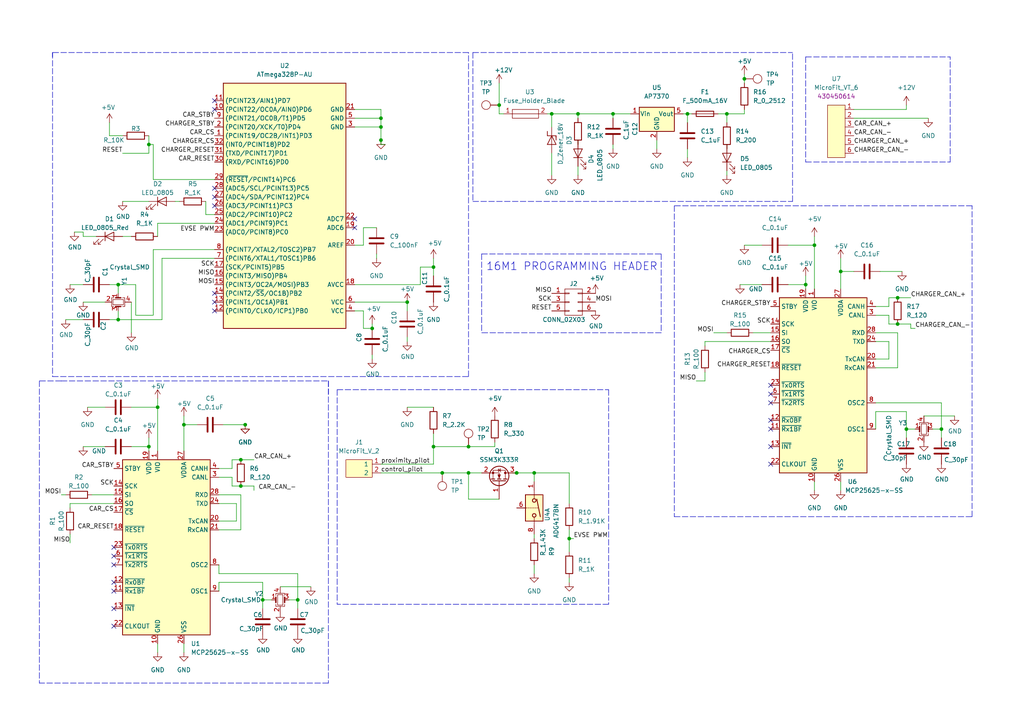
<source format=kicad_sch>
(kicad_sch (version 20211123) (generator eeschema)
  (paper "A4")
  (junction (at 199.39 33.02))
  (junction (at 69.85 133.35))
  (junction (at 165.1 156.21))
  (junction (at 76.2 173.99))
  (junction (at 110.49 40.64))
  (junction (at 135.89 137.16))
  (junction (at 236.22 71.12))
  (junction (at 233.68 82.55))
  (junction (at 110.49 36.83))
  (junction (at 210.82 33.02))
  (junction (at 160.02 33.02))
  (junction (at 273.05 124.46))
  (junction (at 118.11 87.63))
  (junction (at 110.49 34.29))
  (junction (at 43.18 41.91))
  (junction (at 128.27 137.16))
  (junction (at 125.73 77.47))
  (junction (at 149.86 137.16))
  (junction (at 45.72 118.11))
  (junction (at 144.78 30.48))
  (junction (at 243.84 78.74))
  (junction (at 69.85 140.97))
  (junction (at 43.18 129.54))
  (junction (at 107.95 95.25))
  (junction (at 53.34 123.19))
  (junction (at 86.36 173.99))
  (junction (at 215.9 22.86))
  (junction (at 71.12 123.19))
  (junction (at 177.8 33.02))
  (junction (at 260.35 93.98))
  (junction (at 125.73 129.54))
  (junction (at 260.35 86.36))
  (junction (at 34.29 92.71))
  (junction (at 135.89 129.54))
  (junction (at 154.94 137.16))
  (junction (at 167.64 33.02))
  (junction (at 262.89 124.46))
  (junction (at 34.29 82.55))
  (no_connect (at 62.23 59.69))
  (no_connect (at 62.23 57.15))
  (no_connect (at 62.23 54.61))
  (no_connect (at 62.23 31.75))
  (no_connect (at 62.23 29.21))
  (no_connect (at 62.23 90.17))
  (no_connect (at 62.23 87.63))
  (no_connect (at 62.23 85.09))
  (no_connect (at 223.52 114.3))
  (no_connect (at 223.52 111.76))
  (no_connect (at 223.52 121.92))
  (no_connect (at 223.52 124.46))
  (no_connect (at 223.52 116.84))
  (no_connect (at 223.52 129.54))
  (no_connect (at 223.52 134.62))
  (no_connect (at 33.02 171.45))
  (no_connect (at 33.02 176.53))
  (no_connect (at 33.02 181.61))
  (no_connect (at 33.02 168.91))
  (no_connect (at 33.02 163.83))
  (no_connect (at 33.02 161.29))
  (no_connect (at 33.02 158.75))
  (no_connect (at 102.87 63.5))
  (no_connect (at 102.87 66.04))
  (wire (pts (xy 19.05 92.71) (xy 24.13 92.71)))
  (wire (pts (xy 34.29 92.71) (xy 31.75 92.71)))
  (wire (pts (xy 128.27 137.16) (xy 135.89 137.16)))
  (wire (pts (xy 69.85 143.51) (xy 63.5 143.51)))
  (wire (pts (xy 63.5 135.89) (xy 67.31 135.89)))
  (wire (pts (xy 198.12 33.02) (xy 199.39 33.02)))
  (wire (pts (xy 34.29 82.55) (xy 39.37 82.55)))
  (wire (pts (xy 160.02 33.02) (xy 160.02 36.83)))
  (wire (pts (xy 121.92 82.55) (xy 102.87 82.55)))
  (wire (pts (xy 236.22 71.12) (xy 236.22 83.82)))
  (wire (pts (xy 257.81 104.14) (xy 254 104.14)))
  (wire (pts (xy 165.1 167.64) (xy 165.1 168.91)))
  (wire (pts (xy 76.2 168.91) (xy 63.5 168.91)))
  (polyline (pts (xy 281.94 149.86) (xy 281.94 59.69)))
  (wire (pts (xy 46.99 74.93) (xy 46.99 92.71)))
  (wire (pts (xy 111.76 41.91) (xy 110.49 41.91)))
  (polyline (pts (xy 17.78 110.49) (xy 11.43 110.49)))
  (wire (pts (xy 35.56 68.58) (xy 38.1 68.58)))
  (polyline (pts (xy 135.89 109.22) (xy 135.89 15.24)))
  (wire (pts (xy 135.89 144.78) (xy 135.89 137.16)))
  (wire (pts (xy 39.37 91.44) (xy 39.37 82.55)))
  (wire (pts (xy 233.68 80.01) (xy 233.68 82.55)))
  (wire (pts (xy 20.32 82.55) (xy 24.13 82.55)))
  (wire (pts (xy 247.65 78.74) (xy 243.84 78.74)))
  (wire (pts (xy 45.72 118.11) (xy 45.72 130.81)))
  (wire (pts (xy 43.18 129.54) (xy 43.18 130.81)))
  (wire (pts (xy 53.34 120.65) (xy 53.34 123.19)))
  (wire (pts (xy 62.23 52.07) (xy 44.45 52.07)))
  (wire (pts (xy 215.9 21.59) (xy 215.9 22.86)))
  (wire (pts (xy 262.89 127) (xy 262.89 124.46)))
  (wire (pts (xy 254 91.44) (xy 257.81 91.44)))
  (wire (pts (xy 204.47 110.49) (xy 201.93 110.49)))
  (wire (pts (xy 43.18 127) (xy 43.18 129.54)))
  (wire (pts (xy 236.22 139.7) (xy 236.22 142.24)))
  (polyline (pts (xy 137.16 15.24) (xy 229.87 15.24)))
  (polyline (pts (xy 275.59 46.99) (xy 275.59 16.51)))
  (wire (pts (xy 102.87 34.29) (xy 110.49 34.29)))
  (wire (pts (xy 73.66 140.97) (xy 73.66 142.24)))
  (wire (pts (xy 247.65 34.29) (xy 269.24 34.29)))
  (wire (pts (xy 135.89 137.16) (xy 139.7 137.16)))
  (wire (pts (xy 38.1 118.11) (xy 45.72 118.11)))
  (wire (pts (xy 53.34 123.19) (xy 57.15 123.19)))
  (wire (pts (xy 27.94 68.58) (xy 24.13 68.58)))
  (wire (pts (xy 143.51 129.54) (xy 143.51 128.27)))
  (wire (pts (xy 67.31 140.97) (xy 69.85 140.97)))
  (polyline (pts (xy 139.7 73.66) (xy 191.77 73.66)))
  (wire (pts (xy 243.84 78.74) (xy 243.84 83.82)))
  (wire (pts (xy 102.87 31.75) (xy 110.49 31.75)))
  (wire (pts (xy 257.81 86.36) (xy 260.35 86.36)))
  (wire (pts (xy 67.31 138.43) (xy 67.31 140.97)))
  (wire (pts (xy 118.11 118.11) (xy 125.73 118.11)))
  (wire (pts (xy 69.85 133.35) (xy 73.66 133.35)))
  (wire (pts (xy 165.1 137.16) (xy 165.1 146.05)))
  (wire (pts (xy 20.32 154.94) (xy 20.32 157.48)))
  (polyline (pts (xy 233.68 46.99) (xy 275.59 46.99)))
  (polyline (pts (xy 281.94 59.69) (xy 195.58 59.69)))
  (wire (pts (xy 210.82 43.18) (xy 210.82 41.91)))
  (polyline (pts (xy 176.53 175.26) (xy 97.79 175.26)))
  (wire (pts (xy 110.49 31.75) (xy 110.49 34.29)))
  (polyline (pts (xy 233.68 16.51) (xy 275.59 16.51)))
  (wire (pts (xy 144.78 30.48) (xy 144.78 24.13)))
  (wire (pts (xy 110.49 137.16) (xy 128.27 137.16)))
  (wire (pts (xy 204.47 99.06) (xy 223.52 99.06)))
  (wire (pts (xy 63.5 153.67) (xy 69.85 153.67)))
  (wire (pts (xy 109.22 66.04) (xy 105.41 66.04)))
  (wire (pts (xy 86.36 173.99) (xy 86.36 176.53)))
  (wire (pts (xy 63.5 166.37) (xy 86.36 166.37)))
  (wire (pts (xy 125.73 74.93) (xy 125.73 77.47)))
  (wire (pts (xy 165.1 153.67) (xy 165.1 156.21)))
  (wire (pts (xy 62.23 64.77) (xy 45.72 64.77)))
  (polyline (pts (xy 17.78 110.49) (xy 95.25 110.49)))
  (wire (pts (xy 215.9 22.86) (xy 215.9 24.13)))
  (polyline (pts (xy 97.79 113.03) (xy 97.79 175.26)))
  (wire (pts (xy 17.78 143.51) (xy 19.05 143.51)))
  (wire (pts (xy 59.69 62.23) (xy 59.69 58.42)))
  (wire (pts (xy 38.1 87.63) (xy 38.1 96.52)))
  (polyline (pts (xy 229.87 58.42) (xy 229.87 15.24)))
  (wire (pts (xy 69.85 140.97) (xy 73.66 140.97)))
  (wire (pts (xy 102.87 36.83) (xy 110.49 36.83)))
  (wire (pts (xy 53.34 123.19) (xy 53.34 130.81)))
  (wire (pts (xy 34.29 90.17) (xy 34.29 92.71)))
  (wire (pts (xy 160.02 33.02) (xy 167.64 33.02)))
  (wire (pts (xy 83.82 173.99) (xy 86.36 173.99)))
  (polyline (pts (xy 95.25 198.12) (xy 11.43 198.12)))
  (wire (pts (xy 154.94 163.83) (xy 154.94 166.37)))
  (polyline (pts (xy 233.68 16.51) (xy 233.68 46.99)))
  (wire (pts (xy 121.92 77.47) (xy 121.92 82.55)))
  (wire (pts (xy 105.41 71.12) (xy 102.87 71.12)))
  (wire (pts (xy 264.16 95.25) (xy 265.43 95.25)))
  (wire (pts (xy 135.89 144.78) (xy 144.78 144.78)))
  (wire (pts (xy 149.86 137.16) (xy 154.94 137.16)))
  (wire (pts (xy 273.05 124.46) (xy 273.05 116.84)))
  (wire (pts (xy 125.73 77.47) (xy 125.73 80.01)))
  (polyline (pts (xy 11.43 110.49) (xy 11.43 198.12)))
  (wire (pts (xy 53.34 186.69) (xy 53.34 189.23)))
  (wire (pts (xy 255.27 78.74) (xy 261.62 78.74)))
  (wire (pts (xy 110.49 36.83) (xy 110.49 40.64)))
  (wire (pts (xy 215.9 31.75) (xy 215.9 33.02)))
  (wire (pts (xy 167.64 41.91) (xy 167.64 40.64)))
  (wire (pts (xy 118.11 87.63) (xy 118.11 90.17)))
  (wire (pts (xy 190.5 40.64) (xy 190.5 43.18)))
  (wire (pts (xy 267.97 120.65) (xy 276.86 120.65)))
  (wire (pts (xy 63.5 146.05) (xy 68.58 146.05)))
  (wire (pts (xy 270.51 124.46) (xy 273.05 124.46)))
  (wire (pts (xy 177.8 33.02) (xy 182.88 33.02)))
  (wire (pts (xy 154.94 137.16) (xy 165.1 137.16)))
  (wire (pts (xy 165.1 156.21) (xy 166.37 156.21)))
  (wire (pts (xy 199.39 33.02) (xy 199.39 35.56)))
  (wire (pts (xy 109.22 73.66) (xy 109.22 74.93)))
  (wire (pts (xy 105.41 95.25) (xy 107.95 95.25)))
  (wire (pts (xy 25.4 118.11) (xy 30.48 118.11)))
  (wire (pts (xy 69.85 153.67) (xy 69.85 143.51)))
  (wire (pts (xy 33.02 146.05) (xy 20.32 146.05)))
  (wire (pts (xy 264.16 93.98) (xy 264.16 95.25)))
  (wire (pts (xy 76.2 176.53) (xy 76.2 173.99)))
  (wire (pts (xy 76.2 173.99) (xy 76.2 168.91)))
  (polyline (pts (xy 137.16 15.24) (xy 137.16 58.42)))
  (wire (pts (xy 257.81 88.9) (xy 257.81 86.36)))
  (wire (pts (xy 118.11 97.79) (xy 118.11 99.06)))
  (wire (pts (xy 228.6 71.12) (xy 236.22 71.12)))
  (wire (pts (xy 110.49 134.62) (xy 125.73 134.62)))
  (wire (pts (xy 158.75 33.02) (xy 160.02 33.02)))
  (polyline (pts (xy 135.89 15.24) (xy 15.24 15.24)))
  (wire (pts (xy 165.1 156.21) (xy 165.1 160.02)))
  (wire (pts (xy 62.23 72.39) (xy 44.45 72.39)))
  (wire (pts (xy 204.47 99.06) (xy 204.47 100.33)))
  (wire (pts (xy 45.72 115.57) (xy 45.72 118.11)))
  (wire (pts (xy 243.84 139.7) (xy 243.84 142.24)))
  (polyline (pts (xy 15.24 15.24) (xy 15.24 16.51)))
  (polyline (pts (xy 95.25 110.49) (xy 95.25 198.12)))
  (wire (pts (xy 67.31 135.89) (xy 67.31 133.35)))
  (wire (pts (xy 210.82 33.02) (xy 210.82 35.56)))
  (wire (pts (xy 110.49 34.29) (xy 110.49 36.83)))
  (wire (pts (xy 50.8 58.42) (xy 52.07 58.42)))
  (wire (pts (xy 218.44 96.52) (xy 223.52 96.52)))
  (wire (pts (xy 20.32 146.05) (xy 20.32 147.32)))
  (wire (pts (xy 39.37 91.44) (xy 44.45 91.44)))
  (wire (pts (xy 254 116.84) (xy 273.05 116.84)))
  (wire (pts (xy 68.58 146.05) (xy 68.58 151.13)))
  (wire (pts (xy 63.5 166.37) (xy 63.5 163.83)))
  (wire (pts (xy 31.75 39.37) (xy 31.75 35.56)))
  (wire (pts (xy 167.64 48.26) (xy 167.64 50.8)))
  (wire (pts (xy 144.78 33.02) (xy 144.78 30.48)))
  (wire (pts (xy 215.9 33.02) (xy 210.82 33.02)))
  (wire (pts (xy 62.23 74.93) (xy 46.99 74.93)))
  (wire (pts (xy 167.64 33.02) (xy 167.64 34.29)))
  (wire (pts (xy 262.89 124.46) (xy 265.43 124.46)))
  (wire (pts (xy 257.81 93.98) (xy 260.35 93.98)))
  (wire (pts (xy 160.02 44.45) (xy 160.02 50.8)))
  (wire (pts (xy 62.23 62.23) (xy 59.69 62.23)))
  (wire (pts (xy 144.78 33.02) (xy 146.05 33.02)))
  (wire (pts (xy 199.39 33.02) (xy 200.66 33.02)))
  (wire (pts (xy 125.73 129.54) (xy 135.89 129.54)))
  (wire (pts (xy 260.35 106.68) (xy 254 106.68)))
  (wire (pts (xy 260.35 93.98) (xy 264.16 93.98)))
  (wire (pts (xy 154.94 137.16) (xy 154.94 139.7)))
  (wire (pts (xy 26.67 143.51) (xy 33.02 143.51)))
  (wire (pts (xy 204.47 107.95) (xy 204.47 110.49)))
  (polyline (pts (xy 191.77 73.66) (xy 191.77 96.52)))
  (wire (pts (xy 214.63 82.55) (xy 220.98 82.55)))
  (wire (pts (xy 102.87 87.63) (xy 118.11 87.63)))
  (wire (pts (xy 46.99 92.71) (xy 34.29 92.71)))
  (wire (pts (xy 43.18 39.37) (xy 43.18 41.91)))
  (wire (pts (xy 86.36 166.37) (xy 86.36 173.99)))
  (wire (pts (xy 247.65 31.75) (xy 262.89 31.75)))
  (wire (pts (xy 125.73 134.62) (xy 125.73 129.54)))
  (wire (pts (xy 105.41 66.04) (xy 105.41 71.12)))
  (wire (pts (xy 260.35 96.52) (xy 260.35 106.68)))
  (wire (pts (xy 81.28 170.18) (xy 90.17 170.18)))
  (wire (pts (xy 167.64 33.02) (xy 177.8 33.02)))
  (wire (pts (xy 210.82 49.53) (xy 210.82 50.8)))
  (wire (pts (xy 63.5 168.91) (xy 63.5 171.45)))
  (wire (pts (xy 105.41 90.17) (xy 102.87 90.17)))
  (wire (pts (xy 262.89 119.38) (xy 254 119.38)))
  (wire (pts (xy 43.18 129.54) (xy 38.1 129.54)))
  (wire (pts (xy 44.45 91.44) (xy 44.45 72.39)))
  (wire (pts (xy 254 99.06) (xy 257.81 99.06)))
  (wire (pts (xy 45.72 64.77) (xy 45.72 68.58)))
  (polyline (pts (xy 97.79 113.03) (xy 176.53 113.03)))
  (wire (pts (xy 105.41 90.17) (xy 105.41 95.25)))
  (wire (pts (xy 63.5 138.43) (xy 67.31 138.43)))
  (wire (pts (xy 135.89 129.54) (xy 143.51 129.54)))
  (wire (pts (xy 107.95 93.98) (xy 107.95 95.25)))
  (wire (pts (xy 110.49 41.91) (xy 110.49 40.64)))
  (wire (pts (xy 257.81 91.44) (xy 257.81 93.98)))
  (wire (pts (xy 24.13 129.54) (xy 30.48 129.54)))
  (wire (pts (xy 44.45 41.91) (xy 43.18 41.91)))
  (wire (pts (xy 154.94 154.94) (xy 154.94 156.21)))
  (wire (pts (xy 24.13 67.31) (xy 21.59 67.31)))
  (wire (pts (xy 177.8 33.02) (xy 177.8 34.29)))
  (wire (pts (xy 35.56 58.42) (xy 43.18 58.42)))
  (polyline (pts (xy 137.16 58.42) (xy 229.87 58.42)))
  (wire (pts (xy 254 88.9) (xy 257.81 88.9)))
  (wire (pts (xy 76.2 173.99) (xy 78.74 173.99)))
  (wire (pts (xy 254 119.38) (xy 254 124.46)))
  (wire (pts (xy 199.39 43.18) (xy 199.39 45.72)))
  (polyline (pts (xy 176.53 113.03) (xy 176.53 175.26)))
  (wire (pts (xy 207.01 96.52) (xy 210.82 96.52)))
  (wire (pts (xy 243.84 74.93) (xy 243.84 78.74)))
  (wire (pts (xy 43.18 44.45) (xy 35.56 44.45)))
  (wire (pts (xy 233.68 82.55) (xy 228.6 82.55)))
  (wire (pts (xy 215.9 71.12) (xy 220.98 71.12)))
  (wire (pts (xy 236.22 68.58) (xy 236.22 71.12)))
  (wire (pts (xy 233.68 82.55) (xy 233.68 83.82)))
  (wire (pts (xy 44.45 52.07) (xy 44.45 41.91)))
  (wire (pts (xy 257.81 99.06) (xy 257.81 104.14)))
  (wire (pts (xy 31.75 82.55) (xy 34.29 82.55)))
  (wire (pts (xy 67.31 133.35) (xy 69.85 133.35)))
  (wire (pts (xy 208.28 33.02) (xy 210.82 33.02)))
  (wire (pts (xy 34.29 82.55) (xy 34.29 85.09)))
  (wire (pts (xy 107.95 102.87) (xy 107.95 104.14)))
  (wire (pts (xy 24.13 87.63) (xy 30.48 87.63)))
  (wire (pts (xy 262.89 124.46) (xy 262.89 119.38)))
  (polyline (pts (xy 191.77 96.52) (xy 139.7 96.52)))
  (wire (pts (xy 254 96.52) (xy 260.35 96.52)))
  (polyline (pts (xy 195.58 59.69) (xy 195.58 149.86)))
  (wire (pts (xy 64.77 123.19) (xy 71.12 123.19)))
  (wire (pts (xy 125.73 129.54) (xy 125.73 125.73)))
  (wire (pts (xy 68.58 151.13) (xy 63.5 151.13)))
  (wire (pts (xy 177.8 41.91) (xy 177.8 43.18)))
  (wire (pts (xy 260.35 86.36) (xy 264.16 86.36)))
  (wire (pts (xy 43.18 41.91) (xy 43.18 44.45)))
  (polyline (pts (xy 95.25 110.49) (xy 95.25 114.3)))
  (wire (pts (xy 273.05 124.46) (xy 273.05 127)))
  (wire (pts (xy 35.56 39.37) (xy 31.75 39.37)))
  (polyline (pts (xy 195.58 149.86) (xy 281.94 149.86)))
  (polyline (pts (xy 15.24 109.22) (xy 135.89 109.22)))
  (wire (pts (xy 148.59 137.16) (xy 149.86 137.16)))
  (wire (pts (xy 45.72 186.69) (xy 45.72 189.23)))
  (wire (pts (xy 121.92 77.47) (xy 125.73 77.47)))
  (polyline (pts (xy 139.7 73.66) (xy 139.7 96.52)))
  (wire (pts (xy 262.89 31.75) (xy 262.89 30.48)))
  (polyline (pts (xy 15.24 15.24) (xy 15.24 109.22)))
  (wire (pts (xy 24.13 68.58) (xy 24.13 67.31)))
  (text "16M1 PROGRAMMING HEADER\n" (at 140.97 78.74 0) (effects (font (size 2.2606 2.2606)) (justify left bottom)))
  (label "CHARGER_STBY" (at 223.52 88.9 180))
  (label "CAR_CAN_-" (at 74.93 142.24 0))
  (label "MISO" (at 160.02 85.09 180))
  (label "SCK" (at 62.23 77.47 180))
  (label "MISO" (at 62.23 80.01 180))
  (label "MOSI" (at 17.78 143.51 180))
  (label "CAR_STBY" (at 33.02 135.89 180))
  (label "CAR_RESET" (at 62.23 46.99 180))
  (label "CAR_CS" (at 33.02 148.59 180))
  (label "MISO" (at 201.93 110.49 180))
  (label "CHARGER_RESET" (at 62.23 44.45 180))
  (label "MOSI" (at 172.72 87.63 0))
  (label "MISO" (at 20.32 157.48 180))
  (label "CAR_CAN_+" (at 73.66 133.35 0))
  (label "MOSI" (at 62.23 82.55 180))
  (label "EVSE PWM" (at 166.37 156.21 0))
  (label "CHARGER_CS" (at 62.23 41.91 180))
  (label "CHARGER_CS" (at 223.52 102.87 180))
  (label "proximity_pilot" (at 110.49 134.62 0))
  (label "CAR_STBY" (at 62.23 34.29 180))
  (label "CHARGER_CAN_+" (at 264.16 86.36 0))
  (label "CAR_RESET" (at 33.02 153.67 180))
  (label "control_pilot" (at 110.49 137.16 0))
  (label "CAR_CAN_+" (at 247.65 36.83 0))
  (label "EVSE PWM" (at 62.23 67.31 180))
  (label "CHARGER_RESET" (at 223.52 106.68 180))
  (label "CHARGER_CAN_+" (at 247.65 41.91 0))
  (label "CHARGER_STBY" (at 62.23 36.83 180))
  (label "CHARGER_CAN_-" (at 247.65 44.45 0))
  (label "RESET" (at 160.02 90.17 180))
  (label "MOSI" (at 207.01 96.52 180))
  (label "RESET" (at 35.56 44.45 180))
  (label "CAR_CAN_-" (at 247.65 39.37 0))
  (label "SCK" (at 223.52 93.98 180))
  (label "SCK" (at 33.02 140.97 180))
  (label "CAR_CS" (at 62.23 39.37 180))
  (label "SCK" (at 160.02 87.63 180))
  (label "CHARGER_CAN_-" (at 265.43 95.25 0))
  (symbol (lib_id "formula:LED_0805") (at 46.99 58.42 0) (unit 1)
    (property "Reference" "D2" (at 45.72 53.34 0))
    (property "Value" "LED_0805" (at 45.72 55.88 0))
    (property "Footprint" "footprints:LED_0805_OEM" (effects hide))
    (property "Datasheet" "http://www.osram-os.com/Graphics/XPic9/00078860_0.pdf" (effects hide))
    (property "MFN" "DK" (effects hide))
    (property "MPN" "475-1410-1-ND" (effects hide))
    (property "PurchasingLink" "https://www.digikey.com/products/en?keywords=475-1410-1-ND" (effects hide))
  )
  (symbol (lib_id "formula:C_0.1uF") (at 224.79 71.12 270) (unit 1)
    (property "Reference" "C14" (at 224.79 63.5 90))
    (property "Value" "C_0.1uF" (at 224.79 66.04 90))
    (property "Footprint" "footprints:C_0805_OEM" (effects hide))
    (property "Datasheet" "http://datasheets.avx.com/X7RDielectric.pdf" (effects hide))
    (property "MFN" "DK" (effects hide))
    (property "MPN" "478-3352-1-ND" (effects hide))
    (property "PurchasingLink" "https://www.digikey.com/products/en?keywords=478-3352-1-ND" (effects hide))
  )
  (symbol (lib_id "formula:+12V_CHARGER") (at 144.78 24.13 0) (unit 1)
    (property "Reference" "#PWR?" (effects hide))
    (property "Value" "+12V_CHARGER" (at 146.05 20.32 0))
  )
  (symbol (lib_id "power:GND") (at 118.11 118.11 0) (unit 1)
    (property "Reference" "#PWR?" (effects hide))
    (property "Value" "GND" (at 118.11 123.19 0))
  )
  (symbol (lib_id "power:GND") (at 53.34 189.23 0) (unit 1)
    (property "Reference" "#PWR?" (effects hide))
    (property "Value" "GND" (at 53.34 194.31 0))
  )
  (symbol (lib_id "power:GND") (at 261.62 78.74 0) (unit 1)
    (property "Reference" "#PWR?" (effects hide))
    (property "Value" "GND" (at 261.62 83.82 0))
  )
  (symbol (lib_id "power:GND") (at 273.05 134.62 0) (unit 1)
    (property "Reference" "#PWR?" (effects hide))
    (property "Value" "GND" (at 273.177 139.0142 0))
  )
  (symbol (lib_id "power:GND") (at 267.97 128.27 0) (unit 1)
    (property "Reference" "#PWR?" (effects hide))
    (property "Value" "GND" (at 268.097 132.6642 0))
  )
  (symbol (lib_id "formula:R_100") (at 204.47 104.14 180) (unit 1)
    (property "Reference" "R13" (at 199.39 104.14 90))
    (property "Value" "R_100" (at 201.93 104.14 90))
    (property "Footprint" "footprints:R_0805_OEM" (effects hide))
    (property "Datasheet" "https://www.seielect.com/Catalog/SEI-rncp.pdf" (effects hide))
    (property "MFN" "DK" (effects hide))
    (property "MPN" "RNCP0805FTD100RCT-ND" (effects hide))
    (property "PurchasingLink" "https://www.digikey.com/products/en?keywords=RNCP0805FTD100RCT-ND" (effects hide))
  )
  (symbol (lib_id "formula:R_2.2K") (at 125.73 121.92 0) (unit 1)
    (property "Reference" "R7" (at 128.27 120.6499 0) (effects (justify left)))
    (property "Value" "R_2.2K" (at 128.27 123.1899 0) (effects (justify left)))
    (property "Footprint" "footprints:R_0805_OEM" (effects hide))
    (property "Datasheet" "https://www.seielect.com/Catalog/SEI-RMCF_RMCP.pdf" (effects hide))
    (property "MFN" "DK" (effects hide))
    (property "MPN" "RMCF0805FT2K20CT-ND" (effects hide))
    (property "PurchasingLink" "https://www.digikey.com/product-detail/en/stackpole-electronics-inc/RMCF0805FT2K20/RMCF0805FT2K20CT-ND/1942387" (effects hide))
  )
  (symbol (lib_id "power:GND") (at 76.2 184.15 0) (unit 1)
    (property "Reference" "#PWR?" (effects hide))
    (property "Value" "GND" (at 76.327 188.5442 0))
  )
  (symbol (lib_id "power:GND") (at 215.9 71.12 0) (unit 1)
    (property "Reference" "#PWR?" (effects hide))
    (property "Value" "GND" (at 215.9 76.2 0))
  )
  (symbol (lib_id "Analog_Switch:ADG417BN") (at 154.94 147.32 270) (unit 1)
    (property "Reference" "U4" (at 158.75 147.32 0) (effects (justify left)))
    (property "Value" "ADG417BN" (at 161.29 146.05 0) (effects (justify left)))
    (property "Footprint" "Package_DIP:DIP-8_W7.62mm" (effects hide))
    (property "Datasheet" "https://www.analog.com/media/en/technical-documentation/data-sheets/ADG417.pdf" (effects hide))
  )
  (symbol (lib_id "power:GND") (at 210.82 50.8 0) (unit 1)
    (property "Reference" "#PWR?" (effects hide))
    (property "Value" "GND" (at 210.82 55.88 0))
  )
  (symbol (lib_id "power:GND") (at 81.28 177.8 0) (unit 1)
    (property "Reference" "#PWR?" (effects hide))
    (property "Value" "GND" (at 81.407 182.1942 0))
  )
  (symbol (lib_id "power:+5V") (at 118.11 87.63 0) (unit 1)
    (property "Reference" "#PWR?" (effects hide))
    (property "Value" "+5V" (at 118.11 83.82 0))
  )
  (symbol (lib_id "formula:C_0.1uF") (at 125.73 83.82 180) (unit 1)
    (property "Reference" "C11" (at 123.19 78.74 90) (effects (justify left)))
    (property "Value" "C_0.1uF" (at 129.54 80.01 90) (effects (justify left)))
    (property "Footprint" "footprints:C_0805_OEM" (effects hide))
    (property "Datasheet" "http://datasheets.avx.com/X7RDielectric.pdf" (effects hide))
    (property "MFN" "DK" (effects hide))
    (property "MPN" "478-3352-1-ND" (effects hide))
    (property "PurchasingLink" "https://www.digikey.com/products/en?keywords=478-3352-1-ND" (effects hide))
  )
  (symbol (lib_id "power:GND") (at 109.22 74.93 0) (unit 1)
    (property "Reference" "#PWR?" (effects hide))
    (property "Value" "GND" (at 109.22 80.01 0))
  )
  (symbol (lib_id "power:GND") (at 177.8 43.18 0) (unit 1)
    (property "Reference" "#PWR?" (effects hide))
    (property "Value" "GND" (at 177.8 48.26 0))
  )
  (symbol (lib_id "formula:C_0.1uF") (at 34.29 129.54 270) (unit 1)
    (property "Reference" "C4" (at 34.29 121.92 90))
    (property "Value" "C_0.1uF" (at 34.29 124.46 90))
    (property "Footprint" "footprints:C_0805_OEM" (effects hide))
    (property "Datasheet" "http://datasheets.avx.com/X7RDielectric.pdf" (effects hide))
    (property "MFN" "DK" (effects hide))
    (property "MPN" "478-3352-1-ND" (effects hide))
    (property "PurchasingLink" "https://www.digikey.com/products/en?keywords=478-3352-1-ND" (effects hide))
  )
  (symbol (lib_id "power:GND") (at 71.12 123.19 0) (unit 1)
    (property "Reference" "#PWR?" (effects hide))
    (property "Value" "GND" (at 71.12 128.27 0))
  )
  (symbol (lib_id "power:GND") (at 86.36 184.15 0) (unit 1)
    (property "Reference" "#PWR?" (effects hide))
    (property "Value" "GND" (at 86.487 188.5442 0))
  )
  (symbol (lib_id "formula:C_100pF") (at 118.11 93.98 180) (unit 1)
    (property "Reference" "C10" (at 114.3 90.17 90) (effects (justify left)))
    (property "Value" "C_0.1uF" (at 121.92 89.408 90) (effects (justify left)))
    (property "Footprint" "footprints:C_0805_OEM" (effects hide))
    (property "Datasheet" "https://katalog.we-online.de/pbs/datasheet/885012007057.pdf" (effects hide))
    (property "MFN" "DK" (effects hide))
    (property "MPN" "732-7852-1-ND" (effects hide))
    (property "PurchasingLink" "https://www.digikey.com/product-detail/en/wurth-electronics-inc/885012007057/732-7852-1-ND/5454479" (effects hide))
  )
  (symbol (lib_id "formula:R_120") (at 69.85 137.16 0) (unit 1)
    (property "Reference" "R6" (at 72.39 135.8899 0) (effects (justify left)))
    (property "Value" "R_120" (at 72.39 138.4299 0) (effects (justify left)))
    (property "Footprint" "footprints:R_0805_OEM" (effects hide))
    (property "Datasheet" "https://www.mouser.com/datasheet/2/315/AOA0000C304-1149620.pdf" (effects hide))
    (property "MFN" "DK" (effects hide))
    (property "MPN" "667-ERJ-6ENF1200V" (effects hide))
    (property "PurchasingLink" "https://www.mouser.com/ProductDetail/Panasonic-Industrial-Devices/ERJ-6ENF1200V?qs=sGAEpiMZZMvdGkrng054t8AJgcdMkx7x%252bFQnctTMUmU%3d" (effects hide))
  )
  (symbol (lib_id "power:GND") (at 165.1 168.91 0) (unit 1)
    (property "Reference" "#PWR?" (effects hide))
    (property "Value" "GND" (at 165.1 173.99 0))
  )
  (symbol (lib_id "power:GND") (at 125.73 87.63 0) (unit 1)
    (property "Reference" "#PWR?" (effects hide))
    (property "Value" "GND" (at 125.73 92.71 0))
  )
  (symbol (lib_id "power:GND") (at 21.59 67.31 0) (unit 1)
    (property "Reference" "#PWR?" (effects hide))
    (property "Value" "GND" (at 21.717 71.7042 0))
  )
  (symbol (lib_id "formula:R_100") (at 22.86 143.51 90) (unit 1)
    (property "Reference" "R2" (at 22.86 138.43 90))
    (property "Value" "R_100" (at 22.86 140.97 90))
    (property "Footprint" "footprints:R_0805_OEM" (effects hide))
    (property "Datasheet" "https://www.seielect.com/Catalog/SEI-rncp.pdf" (effects hide))
    (property "MFN" "DK" (effects hide))
    (property "MPN" "RNCP0805FTD100RCT-ND" (effects hide))
    (property "PurchasingLink" "https://www.digikey.com/products/en?keywords=RNCP0805FTD100RCT-ND" (effects hide))
  )
  (symbol (lib_id "power:GND") (at 19.05 92.71 0) (unit 1)
    (property "Reference" "#PWR?" (effects hide))
    (property "Value" "GND" (at 19.177 97.1042 0))
  )
  (symbol (lib_id "formula:LED_0805") (at 167.64 44.45 90) (unit 1)
    (property "Reference" "D4" (at 171.45 44.7801 0) (effects (justify right)))
    (property "Value" "LED_0805" (at 173.99 43.18 0) (effects (justify right)))
    (property "Footprint" "footprints:LED_0805_OEM" (effects hide))
    (property "Datasheet" "http://www.osram-os.com/Graphics/XPic9/00078860_0.pdf" (effects hide))
    (property "MFN" "DK" (effects hide))
    (property "MPN" "475-1410-1-ND" (effects hide))
    (property "PurchasingLink" "https://www.digikey.com/products/en?keywords=475-1410-1-ND" (effects hide))
  )
  (symbol (lib_id "power:GND") (at 160.02 50.8 0) (unit 1)
    (property "Reference" "#PWR?" (effects hide))
    (property "Value" "GND" (at 160.02 55.88 0))
  )
  (symbol (lib_id "power:GND") (at 24.13 87.63 0) (unit 1)
    (property "Reference" "#PWR?" (effects hide))
    (property "Value" "GND" (at 24.13 91.44 0))
  )
  (symbol (lib_id "power:+5V") (at 53.34 120.65 0) (unit 1)
    (property "Reference" "#PWR?" (effects hide))
    (property "Value" "+5V" (at 53.34 117.094 0))
  )
  (symbol (lib_id "formula:+12V_CHARGER") (at 262.89 30.48 0) (unit 1)
    (property "Reference" "#PWR?" (effects hide))
    (property "Value" "+12V_CHARGER" (at 262.89 25.4 0))
  )
  (symbol (lib_id "formula:Crystal_SMD") (at 267.97 124.46 0) (unit 1)
    (property "Reference" "Y3" (at 260.604 122.682 0) (effects (justify left)))
    (property "Value" "Crystal_SMD" (at 257.81 132.08 90) (effects (justify left)))
    (property "Footprint" "footprints:Crystal_SMD_FA238" (effects hide))
    (property "Datasheet" "http://www.txccorp.com/download/products/quartz_crystals/2015TXC_7M_17.pdf" (effects hide))
    (property "MFN" "DK" (effects hide))
    (property "MPN" "887-1125-1-ND" (effects hide))
    (property "PurchasingLink" "https://www.digikey.com/product-detail/en/txc-corporation/7M-16.000MAAJ-T/887-1125-1-ND/2119014" (effects hide))
  )
  (symbol (lib_id "formula:TP") (at 220.98 22.86 270) (unit 1)
    (property "Reference" "TP4" (at 222.25 21.5899 90) (effects (justify left)))
    (property "Value" "TP" (at 222.25 24.1299 90) (effects (justify left)))
    (property "Footprint" "footprints:tp_1.6mm" (effects hide))
    (property "Datasheet" "http://www.keyelco.com/product-pdf.cfm?p=1314" (effects hide))
    (property "MFN" "DK" (effects hide))
    (property "MPN" "36-5006-ND" (effects hide))
    (property "PurchasingLink" "https://www.digikey.com/product-detail/en/keystone-electronics/5006/36-5006-ND/255330" (effects hide))
  )
  (symbol (lib_id "formula:MCP25625-x-SS") (at 238.76 111.76 0) (unit 1)
    (property "Reference" "U6" (at 245.8594 139.7 0) (effects (justify left)))
    (property "Value" "MCP25625-x-SS" (at 245.11 142.24 0) (effects (justify left)))
    (property "Footprint" "Package_SO:SSOP-28_5.3x10.2mm_P0.65mm" (effects hide))
    (property "Datasheet" "http://ww1.microchip.com/downloads/en/DeviceDoc/20005282B.pdf" (effects hide))
    (property "MFN" "DK" (effects hide))
    (property "MPN" "MCP25625-E/SS-ND" (effects hide))
    (property "PurchasingLink" "https://www.digikey.com/product-detail/en/microchip-technology/MCP25625-E-SS/MCP25625-E-SS-ND/4842805" (effects hide))
  )
  (symbol (lib_id "formula:R_1K") (at 165.1 163.83 0) (unit 1)
    (property "Reference" "R11" (at 167.64 162.5599 0) (effects (justify left)))
    (property "Value" "R_1K" (at 167.64 165.0999 0) (effects (justify left)))
    (property "Footprint" "footprints:R_0805_OEM" (effects hide))
    (property "Datasheet" "https://www.seielect.com/Catalog/SEI-rncp.pdf" (effects hide))
    (property "MFN" "DK" (effects hide))
    (property "MPN" "RNCP0805FTD1K00CT-ND" (effects hide))
    (property "PurchasingLink" "https://www.digikey.com/products/en?keywords=RNCP0805FTD1K00CT-ND" (effects hide))
  )
  (symbol (lib_id "power:GND") (at 243.84 142.24 0) (unit 1)
    (property "Reference" "#PWR?" (effects hide))
    (property "Value" "GND" (at 243.84 147.32 0))
  )
  (symbol (lib_id "power:GND") (at 24.13 129.54 0) (unit 1)
    (property "Reference" "#PWR?" (effects hide))
    (property "Value" "GND" (at 26.67 130.8099 0) (effects (justify left)))
  )
  (symbol (lib_id "formula:R_1K") (at 55.88 58.42 90) (unit 1)
    (property "Reference" "R5" (at 55.88 53.34 90))
    (property "Value" "R_1K" (at 55.88 55.88 90))
    (property "Footprint" "footprints:R_0805_OEM" (effects hide))
    (property "Datasheet" "https://www.seielect.com/Catalog/SEI-rncp.pdf" (effects hide))
    (property "MFN" "DK" (effects hide))
    (property "MPN" "RNCP0805FTD1K00CT-ND" (effects hide))
    (property "PurchasingLink" "https://www.digikey.com/products/en?keywords=RNCP0805FTD1K00CT-ND" (effects hide))
  )
  (symbol (lib_id "formula:SSM3K333R") (at 144.78 139.7 270) (mirror x) (unit 1)
    (property "Reference" "Q1" (at 144.78 130.81 90))
    (property "Value" "SSM3K333R" (at 144.78 133.35 90))
    (property "Footprint" "footprints:SOT-23F" (effects hide))
    (property "Datasheet" "https://drive.google.com/drive/folders/0B-V-iZf33Y4GNzhDQTJZanJRbVk" (effects hide))
    (property "MFN" "DK" (effects hide))
    (property "MPN" "SSM3K333RLFCT-ND" (effects hide))
    (property "PurchasingLink" "https://www.digikey.com/product-detail/en/toshiba-semiconductor-and-storage/SSM3K333RLF/SSM3K333RLFCT-ND/3522391" (effects hide))
  )
  (symbol (lib_id "power:GND") (at 38.1 96.52 0) (unit 1)
    (property "Reference" "#PWR?" (effects hide))
    (property "Value" "GND" (at 38.227 100.9142 0))
  )
  (symbol (lib_id "power:+5V") (at 31.75 35.56 0) (mirror y) (unit 1)
    (property "Reference" "#PWR?" (effects hide))
    (property "Value" "+5V" (at 31.369 31.1658 0))
  )
  (symbol (lib_id "formula:R_1K") (at 167.64 38.1 0) (unit 1)
    (property "Reference" "R12" (at 170.18 36.8299 0) (effects (justify left)))
    (property "Value" "R_1K" (at 170.18 39.3699 0) (effects (justify left)))
    (property "Footprint" "footprints:R_0805_OEM" (effects hide))
    (property "Datasheet" "https://www.seielect.com/Catalog/SEI-rncp.pdf" (effects hide))
    (property "MFN" "DK" (effects hide))
    (property "MPN" "RNCP0805FTD1K00CT-ND" (effects hide))
    (property "PurchasingLink" "https://www.digikey.com/products/en?keywords=RNCP0805FTD1K00CT-ND" (effects hide))
  )
  (symbol (lib_id "formula:Fuse_Holder_Blade") (at 152.4 33.02 0) (unit 1)
    (property "Reference" "U3" (at 153.67 26.67 0))
    (property "Value" "Fuse_Holder_Blade" (at 154.94 29.21 0))
    (property "Footprint" "footprints:Fuse_Block_Holder" (effects hide))
  )
  (symbol (lib_id "power:GND") (at 90.17 170.18 0) (unit 1)
    (property "Reference" "#PWR?" (effects hide))
    (property "Value" "GND" (at 90.297 174.5742 0))
  )
  (symbol (lib_id "power:+5V") (at 107.95 93.98 0) (unit 1)
    (property "Reference" "#PWR?" (effects hide))
    (property "Value" "+5V" (at 108.331 89.5858 0))
  )
  (symbol (lib_id "formula:C_30pF") (at 76.2 180.34 0) (unit 1)
    (property "Reference" "C6" (at 73.406 178.308 0) (effects (justify left)))
    (property "Value" "C_30pF" (at 69.342 182.372 0) (effects (justify left)))
    (property "Footprint" "footprints:C_0805_OEM" (effects hide))
    (property "Datasheet" "https://media.digikey.com/pdf/Data%20Sheets/Samsung%20PDFs/CL_Series_MLCC_ds.pdf" (effects hide))
    (property "MFN" "DK" (effects hide))
    (property "MPN" "1276-1130-1-ND" (effects hide))
    (property "PurchasingLink" "https://www.digikey.com/product-detail/en/samsung-electro-mechanics-america-inc/CL21C300JBANNNC/1276-1130-1-ND/3889216" (effects hide))
  )
  (symbol (lib_id "formula:C_1uF") (at 199.39 40.64 0) (unit 1)
    (property "Reference" "C13" (at 203.2 38.0999 0) (effects (justify left)))
    (property "Value" "C_1uF" (at 203.2 40.6399 0) (effects (justify left)))
    (property "Footprint" "footprints:C_0805_OEM" (effects hide))
    (property "Datasheet" "https://media.digikey.com/pdf/Data%20Sheets/Samsung%20PDFs/CL21B105KBFNNNG_Spec.pdf" (effects hide))
    (property "PurchasingLink" "https://www.digikey.com/en/products/detail/samsung-electro-mechanics/CL21B105KBFNNNG/3894467" (effects hide))
    (property "MFN" "DK" (effects hide))
    (property "MPN" "1276-6470-1-ND" (effects hide))
  )
  (symbol (lib_id "power:GND") (at 20.32 82.55 0) (unit 1)
    (property "Reference" "#PWR?" (effects hide))
    (property "Value" "GND" (at 20.447 86.9442 0))
  )
  (symbol (lib_id "power:GND") (at 269.24 34.29 0) (unit 1)
    (property "Reference" "#PWR?" (effects hide))
    (property "Value" "GND" (at 269.24 39.37 0))
  )
  (symbol (lib_id "formula:Crystal_SMD") (at 34.29 87.63 270) (unit 1)
    (property "Reference" "Y1" (at 36.068 80.264 0) (effects (justify left)))
    (property "Value" "Crystal_SMD" (at 31.75 77.47 90) (effects (justify left)))
    (property "Footprint" "footprints:Crystal_SMD_FA238" (effects hide))
    (property "Datasheet" "http://www.txccorp.com/download/products/quartz_crystals/2015TXC_7M_17.pdf" (effects hide))
    (property "MFN" "DK" (effects hide))
    (property "MPN" "887-1125-1-ND" (effects hide))
    (property "PurchasingLink" "https://www.digikey.com/product-detail/en/txc-corporation/7M-16.000MAAJ-T/887-1125-1-ND/2119014" (effects hide))
  )
  (symbol (lib_id "formula:C_0.1uF") (at 224.79 82.55 270) (unit 1)
    (property "Reference" "C15" (at 224.79 74.93 90))
    (property "Value" "C_0.1uF" (at 224.79 77.47 90))
    (property "Footprint" "footprints:C_0805_OEM" (effects hide))
    (property "Datasheet" "http://datasheets.avx.com/X7RDielectric.pdf" (effects hide))
    (property "MFN" "DK" (effects hide))
    (property "MPN" "478-3352-1-ND" (effects hide))
    (property "PurchasingLink" "https://www.digikey.com/products/en?keywords=478-3352-1-ND" (effects hide))
  )
  (symbol (lib_id "formula:R_10K") (at 39.37 39.37 90) (mirror x) (unit 1)
    (property "Reference" "R3" (at 39.37 37.338 90))
    (property "Value" "R_10K" (at 33.02 40.64 90))
    (property "Footprint" "footprints:R_0805_OEM" (effects hide))
    (property "Datasheet" "http://www.bourns.com/data/global/pdfs/CRS.pdf" (effects hide))
    (property "MFN" "DK" (effects hide))
    (property "MPN" "CRS0805-FX-1002ELFCT-ND" (effects hide))
    (property "PurchasingLink" "https://www.digikey.com/products/en?keywords=CRS0805-FX-1002ELFCT-ND" (effects hide))
  )
  (symbol (lib_id "formula:C_100pF") (at 107.95 99.06 180) (unit 1)
    (property "Reference" "C8" (at 104.14 96.52 90) (effects (justify left)))
    (property "Value" "C_0.1uF" (at 111.76 94.488 90) (effects (justify left)))
    (property "Footprint" "footprints:C_0805_OEM" (effects hide))
    (property "Datasheet" "https://katalog.we-online.de/pbs/datasheet/885012007057.pdf" (effects hide))
    (property "MFN" "DK" (effects hide))
    (property "MPN" "732-7852-1-ND" (effects hide))
    (property "PurchasingLink" "https://www.digikey.com/product-detail/en/wurth-electronics-inc/885012007057/732-7852-1-ND/5454479" (effects hide))
  )
  (symbol (lib_id "formula:C_0.1uF") (at 60.96 123.19 270) (unit 1)
    (property "Reference" "C5" (at 60.96 115.57 90))
    (property "Value" "C_0.1uF" (at 60.96 118.11 90))
    (property "Footprint" "footprints:C_0805_OEM" (effects hide))
    (property "Datasheet" "http://datasheets.avx.com/X7RDielectric.pdf" (effects hide))
    (property "MFN" "DK" (effects hide))
    (property "MPN" "478-3352-1-ND" (effects hide))
    (property "PurchasingLink" "https://www.digikey.com/products/en?keywords=478-3352-1-ND" (effects hide))
  )
  (symbol (lib_id "power:GND") (at 45.72 189.23 0) (unit 1)
    (property "Reference" "#PWR?" (effects hide))
    (property "Value" "GND" (at 45.72 194.31 0))
  )
  (symbol (lib_id "power:GND") (at 199.39 45.72 0) (unit 1)
    (property "Reference" "#PWR?" (effects hide))
    (property "Value" "GND" (at 199.39 50.8 0))
  )
  (symbol (lib_id "power:+5V") (at 125.73 74.93 0) (unit 1)
    (property "Reference" "#PWR?" (effects hide))
    (property "Value" "+5V" (at 126.111 70.5358 0))
  )
  (symbol (lib_id "formula:C_30pF") (at 27.94 92.71 270) (unit 1)
    (property "Reference" "C2" (at 29.972 93.218 0) (effects (justify left)))
    (property "Value" "C_30pF" (at 25.4 93.472 0) (effects (justify left)))
    (property "Footprint" "footprints:C_0805_OEM" (effects hide))
    (property "Datasheet" "https://media.digikey.com/pdf/Data%20Sheets/Samsung%20PDFs/CL_Series_MLCC_ds.pdf" (effects hide))
    (property "MFN" "DK" (effects hide))
    (property "MPN" "1276-1130-1-ND" (effects hide))
    (property "PurchasingLink" "https://www.digikey.com/product-detail/en/samsung-electro-mechanics-america-inc/CL21C300JBANNNC/1276-1130-1-ND/3889216" (effects hide))
  )
  (symbol (lib_id "formula:Crystal_SMD") (at 81.28 173.99 0) (unit 1)
    (property "Reference" "Y2" (at 73.914 172.212 0) (effects (justify left)))
    (property "Value" "Crystal_SMD" (at 64.008 173.99 0) (effects (justify left)))
    (property "Footprint" "footprints:Crystal_SMD_FA238" (effects hide))
    (property "Datasheet" "http://www.txccorp.com/download/products/quartz_crystals/2015TXC_7M_17.pdf" (effects hide))
    (property "MFN" "DK" (effects hide))
    (property "MPN" "887-1125-1-ND" (effects hide))
    (property "PurchasingLink" "https://www.digikey.com/product-detail/en/txc-corporation/7M-16.000MAAJ-T/887-1125-1-ND/2119014" (effects hide))
  )
  (symbol (lib_id "power:+5V") (at 233.68 80.01 0) (unit 1)
    (property "Reference" "#PWR?" (effects hide))
    (property "Value" "+5V" (at 233.68 76.454 0))
  )
  (symbol (lib_id "power:+5V") (at 172.72 85.09 0) (unit 1)
    (property "Reference" "#PWR?" (effects hide))
    (property "Value" "+5V" (at 173.101 80.6958 0))
  )
  (symbol (lib_id "power:GND") (at 118.11 99.06 0) (unit 1)
    (property "Reference" "#PWR?" (effects hide))
    (property "Value" "GND" (at 118.237 103.4542 0))
  )
  (symbol (lib_id "formula:ATmega328P-AU") (at 77.47 59.69 180) (unit 1)
    (property "Reference" "U2" (at 82.55 19.05 0))
    (property "Value" "ATmega328P-AU" (at 82.55 21.59 0))
    (property "Footprint" "Package_QFP:TQFP-32_7x7mm_P0.8mm" (effects hide))
    (property "Datasheet" "http://ww1.microchip.com/downloads/en/DeviceDoc/Atmel-7810-Automotive-Microcontrollers-ATmega328P_Datasheet.pdf" (effects hide))
    (property "PurchasingLink" "https://www.digikey.com/product-detail/en/microchip-technology/ATMEGA328P-15AZ/ATMEGA328P-15AZTR-ND/1914586" (effects hide))
    (property "MPN" "ATMEGA328P-15AZTR-ND" (effects hide))
    (property "MFN" "DK" (effects hide))
  )
  (symbol (lib_id "formula:R_100") (at 20.32 151.13 180) (unit 1)
    (property "Reference" "R1" (at 15.24 151.13 90))
    (property "Value" "R_100" (at 17.78 151.13 90))
    (property "Footprint" "footprints:R_0805_OEM" (effects hide))
    (property "Datasheet" "https://www.seielect.com/Catalog/SEI-rncp.pdf" (effects hide))
    (property "MFN" "DK" (effects hide))
    (property "MPN" "RNCP0805FTD100RCT-ND" (effects hide))
    (property "PurchasingLink" "https://www.digikey.com/products/en?keywords=RNCP0805FTD100RCT-ND" (effects hide))
  )
  (symbol (lib_id "power:+5V") (at 45.72 115.57 0) (unit 1)
    (property "Reference" "#PWR?" (effects hide))
    (property "Value" "+5V" (at 45.72 112.014 0))
  )
  (symbol (lib_id "formula:C_30pF") (at 86.36 180.34 0) (unit 1)
    (property "Reference" "C7" (at 86.868 178.308 0) (effects (justify left)))
    (property "Value" "C_30pF" (at 87.122 182.88 0) (effects (justify left)))
    (property "Footprint" "footprints:C_0805_OEM" (effects hide))
    (property "Datasheet" "https://media.digikey.com/pdf/Data%20Sheets/Samsung%20PDFs/CL_Series_MLCC_ds.pdf" (effects hide))
    (property "MFN" "DK" (effects hide))
    (property "MPN" "1276-1130-1-ND" (effects hide))
    (property "PurchasingLink" "https://www.digikey.com/product-detail/en/samsung-electro-mechanics-america-inc/CL21C300JBANNNC/1276-1130-1-ND/3889216" (effects hide))
  )
  (symbol (lib_id "formula:TP") (at 128.27 142.24 180) (unit 1)
    (property "Reference" "TP1" (at 130.81 139.6999 0) (effects (justify right)))
    (property "Value" "TP" (at 130.81 142.2399 0) (effects (justify right)))
    (property "Footprint" "footprints:tp_1.6mm" (effects hide))
    (property "Datasheet" "http://www.keyelco.com/product-pdf.cfm?p=1314" (effects hide))
    (property "MFN" "DK" (effects hide))
    (property "MPN" "36-5006-ND" (effects hide))
    (property "PurchasingLink" "https://www.digikey.com/product-detail/en/keystone-electronics/5006/36-5006-ND/255330" (effects hide))
  )
  (symbol (lib_id "power:GND") (at 35.56 58.42 0) (unit 1)
    (property "Reference" "#PWR?" (effects hide))
    (property "Value" "GND" (at 35.687 62.8142 0))
  )
  (symbol (lib_id "formula:C_0.1uF") (at 34.29 118.11 270) (unit 1)
    (property "Reference" "C3" (at 34.29 111.76 90))
    (property "Value" "C_0.1uF" (at 34.29 114.3 90))
    (property "Footprint" "footprints:C_0805_OEM" (effects hide))
    (property "Datasheet" "http://datasheets.avx.com/X7RDielectric.pdf" (effects hide))
    (property "MFN" "DK" (effects hide))
    (property "MPN" "478-3352-1-ND" (effects hide))
    (property "PurchasingLink" "https://www.digikey.com/products/en?keywords=478-3352-1-ND" (effects hide))
  )
  (symbol (lib_id "power:GND") (at 107.95 104.14 0) (unit 1)
    (property "Reference" "#PWR?" (effects hide))
    (property "Value" "GND" (at 108.077 108.5342 0))
  )
  (symbol (lib_id "formula:C_30pF") (at 262.89 130.81 0) (unit 1)
    (property "Reference" "C17" (at 260.096 128.778 0) (effects (justify left)))
    (property "Value" "C_30pF" (at 256.032 132.842 0) (effects (justify left)))
    (property "Footprint" "footprints:C_0805_OEM" (effects hide))
    (property "Datasheet" "https://media.digikey.com/pdf/Data%20Sheets/Samsung%20PDFs/CL_Series_MLCC_ds.pdf" (effects hide))
    (property "MFN" "DK" (effects hide))
    (property "MPN" "1276-1130-1-ND" (effects hide))
    (property "PurchasingLink" "https://www.digikey.com/product-detail/en/samsung-electro-mechanics-america-inc/CL21C300JBANNNC/1276-1130-1-ND/3889216" (effects hide))
  )
  (symbol (lib_id "power:GND") (at 236.22 142.24 0) (unit 1)
    (property "Reference" "#PWR?" (effects hide))
    (property "Value" "GND" (at 236.22 147.32 0))
  )
  (symbol (lib_id "formula:C_30pF") (at 27.94 82.55 270) (unit 1)
    (property "Reference" "C1" (at 30.48 77.47 0) (effects (justify left)))
    (property "Value" "C_30pF" (at 25.4 74.93 0) (effects (justify left)))
    (property "Footprint" "footprints:C_0805_OEM" (effects hide))
    (property "Datasheet" "https://media.digikey.com/pdf/Data%20Sheets/Samsung%20PDFs/CL_Series_MLCC_ds.pdf" (effects hide))
    (property "MFN" "DK" (effects hide))
    (property "MPN" "1276-1130-1-ND" (effects hide))
    (property "PurchasingLink" "https://www.digikey.com/product-detail/en/samsung-electro-mechanics-america-inc/CL21C300JBANNNC/1276-1130-1-ND/3889216" (effects hide))
  )
  (symbol (lib_id "power:GND") (at 25.4 118.11 0) (unit 1)
    (property "Reference" "#PWR?" (effects hide))
    (property "Value" "GND" (at 25.4 123.19 0))
  )
  (symbol (lib_id "power:GND") (at 110.49 40.64 0) (unit 1)
    (property "Reference" "#PWR?" (effects hide))
    (property "Value" "GND" (at 110.49 45.72 0))
  )
  (symbol (lib_id "power:+5V") (at 43.18 127 0) (unit 1)
    (property "Reference" "#PWR?" (effects hide))
    (property "Value" "+5V" (at 43.18 123.444 0))
  )
  (symbol (lib_id "formula:R_100") (at 214.63 96.52 90) (unit 1)
    (property "Reference" "R15" (at 214.63 91.44 90))
    (property "Value" "R_100" (at 214.63 93.98 90))
    (property "Footprint" "footprints:R_0805_OEM" (effects hide))
    (property "Datasheet" "https://www.seielect.com/Catalog/SEI-rncp.pdf" (effects hide))
    (property "MFN" "DK" (effects hide))
    (property "MPN" "RNCP0805FTD100RCT-ND" (effects hide))
    (property "PurchasingLink" "https://www.digikey.com/products/en?keywords=RNCP0805FTD100RCT-ND" (effects hide))
  )
  (symbol (lib_id "formula:C_1uF") (at 177.8 39.37 0) (unit 1)
    (property "Reference" "C12" (at 184.15 39.37 90) (effects (justify left)))
    (property "Value" "C_1uF" (at 181.61 40.64 90) (effects (justify left)))
    (property "Footprint" "footprints:C_0805_OEM" (effects hide))
    (property "Datasheet" "https://media.digikey.com/pdf/Data%20Sheets/Samsung%20PDFs/CL21B105KBFNNNG_Spec.pdf" (effects hide))
    (property "PurchasingLink" "https://www.digikey.com/en/products/detail/samsung-electro-mechanics/CL21B105KBFNNNG/3894467" (effects hide))
    (property "MFN" "DK" (effects hide))
    (property "MPN" "1276-6470-1-ND" (effects hide))
  )
  (symbol (lib_id "formula:R_120") (at 260.35 90.17 0) (unit 1)
    (property "Reference" "R17" (at 262.89 88.8999 0) (effects (justify left)))
    (property "Value" "R_120" (at 262.89 91.4399 0) (effects (justify left)))
    (property "Footprint" "footprints:R_0805_OEM" (effects hide))
    (property "Datasheet" "https://www.mouser.com/datasheet/2/315/AOA0000C304-1149620.pdf" (effects hide))
    (property "MFN" "DK" (effects hide))
    (property "MPN" "667-ERJ-6ENF1200V" (effects hide))
    (property "PurchasingLink" "https://www.mouser.com/ProductDetail/Panasonic-Industrial-Devices/ERJ-6ENF1200V?qs=sGAEpiMZZMvdGkrng054t8AJgcdMkx7x%252bFQnctTMUmU%3d" (effects hide))
  )
  (symbol (lib_id "formula:D_Zener_18V") (at 160.02 40.64 270) (unit 1)
    (property "Reference" "D3" (at 165.1 39.37 0) (effects (justify left)))
    (property "Value" "D_Zener_18V" (at 162.56 35.56 0) (effects (justify left)))
    (property "Footprint" "footprints:DO-214AA" (effects hide))
    (property "Datasheet" "http://www.mccsemi.com/up_pdf/SMBJ5338B-SMBJ5388B(SMB).pdf" (effects hide))
    (property "MFN" "DK" (effects hide))
    (property "MPN" "SMBJ5355B-TPMSCT-ND" (effects hide))
    (property "PurchasingLink" "https://www.digikey.com/products/en?keywords=SMBJ5355B-TPMSCT-ND" (effects hide))
  )
  (symbol (lib_id "formula:LED_0805_Red") (at 31.75 68.58 0) (unit 1)
    (property "Reference" "D1" (at 31.75 63.5 0))
    (property "Value" "LED_0805_Red" (at 30.48 66.04 0))
    (property "Footprint" "footprints:LED_0805_OEM" (effects hide))
    (property "Datasheet" "http://www.osram-os.com/Graphics/XPic8/00078869_0.pdf" (effects hide))
    (property "MFN" "DK" (effects hide))
    (property "MPN" "475-1415-1-ND" (effects hide))
    (property "PurchasingLink" "https://www.digikey.com/product-detail/en/osram-opto-semiconductors-inc/LH-R974-LP-1/475-1415-1-ND/1802604" (effects hide))
  )
  (symbol (lib_id "formula:TP") (at 139.7 30.48 90) (unit 1)
    (property "Reference" "TP3" (at 140.97 24.13 90))
    (property "Value" "TP" (at 140.97 26.67 90))
    (property "Footprint" "footprints:tp_1.6mm" (effects hide))
    (property "Datasheet" "http://www.keyelco.com/product-pdf.cfm?p=1314" (effects hide))
    (property "MFN" "DK" (effects hide))
    (property "MPN" "36-5006-ND" (effects hide))
    (property "PurchasingLink" "https://www.digikey.com/product-detail/en/keystone-electronics/5006/36-5006-ND/255330" (effects hide))
  )
  (symbol (lib_id "formula:R_1.43K") (at 154.94 160.02 0) (unit 1)
    (property "Reference" "R9" (at 160.02 161.29 90) (effects (justify left)))
    (property "Value" "R_1.43K" (at 157.48 161.2899 90) (effects (justify left)))
    (property "Footprint" "footprints:R_0805_OEM" (effects hide))
    (property "Datasheet" "https://media.digikey.com/pdf/Data%20Sheets/Tyco%20Electonics%20AMP%20PDFs/RN73_Series_2011.pdf" (effects hide))
    (property "MFN" "DK" (effects hide))
    (property "MPN" "A103351CT-ND" (effects hide))
    (property "PurchasingLink" "https://www.digikey.com/product-detail/en/te-connectivity-passive-product/RN73C2A1K43BTDF/A103351CT-ND/2730566" (effects hide))
  )
  (symbol (lib_id "formula:C_0.1uF") (at 251.46 78.74 270) (unit 1)
    (property "Reference" "C16" (at 251.46 71.12 90))
    (property "Value" "C_0.1uF" (at 251.46 73.66 90))
    (property "Footprint" "footprints:C_0805_OEM" (effects hide))
    (property "Datasheet" "http://datasheets.avx.com/X7RDielectric.pdf" (effects hide))
    (property "MFN" "DK" (effects hide))
    (property "MPN" "478-3352-1-ND" (effects hide))
    (property "PurchasingLink" "https://www.digikey.com/products/en?keywords=478-3352-1-ND" (effects hide))
  )
  (symbol (lib_id "power:GND") (at 172.72 90.17 0) (unit 1)
    (property "Reference" "#PWR?" (effects hide))
    (property "Value" "GND" (at 172.847 94.5642 0))
  )
  (symbol (lib_id "power:+5V") (at 243.84 74.93 0) (unit 1)
    (property "Reference" "#PWR?" (effects hide))
    (property "Value" "+5V" (at 243.84 71.374 0))
  )
  (symbol (lib_id "formula:F_500mA_16V") (at 204.47 33.02 90) (unit 1)
    (property "Reference" "F1" (at 204.47 26.67 90))
    (property "Value" "F_500mA_16V" (at 204.47 29.21 90))
    (property "Footprint" "footprints:Fuse_1210" (effects hide))
    (property "Datasheet" "https://belfuse.com/resources/CircuitProtection/datasheets/0ZCH%20Nov2016.pdf" (effects hide))
    (property "MFN" "DK" (effects hide))
    (property "MPN" "507-1786-1-ND" (effects hide))
    (property "PurchasingLink" "https://www.digikey.com/product-detail/en/bel-fuse-inc/0ZCH0050FF2G/507-1786-1-ND/4156209" (effects hide))
  )
  (symbol (lib_id "power:+5V") (at 236.22 68.58 0) (unit 1)
    (property "Reference" "#PWR?" (effects hide))
    (property "Value" "+5V" (at 236.22 63.5 0))
  )
  (symbol (lib_id "formula:MCP25625-x-SS") (at 48.26 158.75 0) (unit 1)
    (property "Reference" "U1" (at 55.3594 186.69 0) (effects (justify left)))
    (property "Value" "MCP25625-x-SS" (at 55.3594 189.23 0) (effects (justify left)))
    (property "Footprint" "Package_SO:SSOP-28_5.3x10.2mm_P0.65mm" (effects hide))
    (property "Datasheet" "http://ww1.microchip.com/downloads/en/DeviceDoc/20005282B.pdf" (effects hide))
    (property "MFN" "DK" (effects hide))
    (property "MPN" "MCP25625-E/SS-ND" (effects hide))
    (property "PurchasingLink" "https://www.digikey.com/product-detail/en/microchip-technology/MCP25625-E-SS/MCP25625-E-SS-ND/4842805" (effects hide))
  )
  (symbol (lib_id "formula:R_200") (at 210.82 39.37 0) (unit 1)
    (property "Reference" "R14" (at 213.36 38.0999 0) (effects (justify left)))
    (property "Value" "R_200" (at 213.36 40.6399 0) (effects (justify left)))
    (property "Footprint" "footprints:R_0805_OEM" (effects hide))
    (property "Datasheet" "https://www.seielect.com/Catalog/SEI-RMCF_RMCP.pdf" (effects hide))
    (property "MFN" "DK" (effects hide))
    (property "MPN" "RMCF0805JT200RCT-ND" (effects hide))
    (property "PurchasingLink" "https://www.digikey.com/products/en?keywords=RMCF0805JT200RCT-ND" (effects hide))
  )
  (symbol (lib_id "power:GND") (at 276.86 120.65 0) (unit 1)
    (property "Reference" "#PWR?" (effects hide))
    (property "Value" "GND" (at 276.987 125.0442 0))
  )
  (symbol (lib_id "power:GND") (at 190.5 43.18 0) (unit 1)
    (property "Reference" "#PWR?" (effects hide))
    (property "Value" "GND" (at 190.5 48.26 0))
  )
  (symbol (lib_id "formula:CONN_02X03") (at 166.37 87.63 0) (unit 1)
    (property "Reference" "J2" (at 166.37 82.296 0))
    (property "Value" "CONN_02X03" (at 163.576 92.71 0))
    (property "Footprint" "footprints:Pin_Header_Straight_2x03" (effects hide))
    (property "Datasheet" "http://portal.fciconnect.com/Comergent//fci/drawing/67996.pdf" (effects hide))
    (property "MFN" "DK" (effects hide))
    (property "MPN" "609-3234-ND" (effects hide))
    (property "PurchasingLink" "https://www.digikey.com/product-detail/en/amphenol-fci/67997-206HLF/609-3234-ND/1878491" (effects hide))
  )
  (symbol (lib_id "power:GND") (at 71.12 123.19 0) (unit 1)
    (property "Reference" "#PWR?" (effects hide))
    (property "Value" "GND" (at 71.12 128.27 0))
  )
  (symbol (lib_id "formula:R_1K") (at 41.91 68.58 90) (unit 1)
    (property "Reference" "R4" (at 41.91 62.23 90))
    (property "Value" "R_1K" (at 41.91 64.77 90))
    (property "Footprint" "footprints:R_0805_OEM" (effects hide))
    (property "Datasheet" "https://www.seielect.com/Catalog/SEI-rncp.pdf" (effects hide))
    (property "MFN" "DK" (effects hide))
    (property "MPN" "RNCP0805FTD1K00CT-ND" (effects hide))
    (property "PurchasingLink" "https://www.digikey.com/products/en?keywords=RNCP0805FTD1K00CT-ND" (effects hide))
  )
  (symbol (lib_id "power:GND") (at 214.63 82.55 0) (unit 1)
    (property "Reference" "#PWR?" (effects hide))
    (property "Value" "GND" (at 217.17 83.8199 0) (effects (justify left)))
  )
  (symbol (lib_id "formula:R_330") (at 143.51 124.46 0) (unit 1)
    (property "Reference" "R8" (at 146.05 123.1899 0) (effects (justify left)))
    (property "Value" "R_330" (at 146.05 125.7299 0) (effects (justify left)))
    (property "Footprint" "footprints:R_0805_OEM" (effects hide))
    (property "Datasheet" "https://www.seielect.com/Catalog/SEI-RMCF_RMCP.pdf" (effects hide))
    (property "MFN" "DK" (effects hide))
    (property "MPN" "RMCF0805FT330RCT-ND" (effects hide))
    (property "PurchasingLink" "https://www.digikey.com/product-detail/en/stackpole-electronics-inc/RMCF0805FT330R/RMCF0805FT330RCT-ND/1942351" (effects hide))
  )
  (symbol (lib_id "formula:LED_0805") (at 210.82 45.72 90) (unit 1)
    (property "Reference" "D5" (at 214.63 46.0501 90) (effects (justify right)))
    (property "Value" "LED_0805" (at 214.63 48.5901 90) (effects (justify right)))
    (property "Footprint" "footprints:LED_0805_OEM" (effects hide))
    (property "Datasheet" "http://www.osram-os.com/Graphics/XPic9/00078860_0.pdf" (effects hide))
    (property "MFN" "DK" (effects hide))
    (property "MPN" "475-1410-1-ND" (effects hide))
    (property "PurchasingLink" "https://www.digikey.com/products/en?keywords=475-1410-1-ND" (effects hide))
  )
  (symbol (lib_id "power:GND") (at 154.94 166.37 0) (unit 1)
    (property "Reference" "#PWR?" (effects hide))
    (property "Value" "GND" (at 154.94 171.45 0))
  )
  (symbol (lib_id "formula:R_1.91K") (at 165.1 149.86 0) (unit 1)
    (property "Reference" "R10" (at 167.64 148.5899 0) (effects (justify left)))
    (property "Value" "R_1.91K" (at 167.64 151.1299 0) (effects (justify left)))
    (property "Footprint" "footprints:R_0805_OEM" (effects hide))
    (property "Datasheet" "https://www.seielect.com/catalog/sei-rncf.pdf" (effects hide))
    (property "PurchasingLink" "https://www.digikey.com/en/products/detail/stackpole-electronics-inc/RNCF0805DTE1K91/6241831" (effects hide))
    (property "MPN" "RNCF0805DTE1K91CT-ND" (effects hide))
    (property "MFN" "DK" (effects hide))
  )
  (symbol (lib_id "formula:TP") (at 135.89 124.46 0) (unit 1)
    (property "Reference" "TP2" (at 138.43 124.4599 0) (effects (justify left)))
    (property "Value" "TP" (at 138.43 126.9999 0) (effects (justify left)))
    (property "Footprint" "footprints:tp_1.6mm" (effects hide))
    (property "Datasheet" "http://www.keyelco.com/product-pdf.cfm?p=1314" (effects hide))
    (property "MFN" "DK" (effects hide))
    (property "MPN" "36-5006-ND" (effects hide))
    (property "PurchasingLink" "https://www.digikey.com/product-detail/en/keystone-electronics/5006/36-5006-ND/255330" (effects hide))
  )
  (symbol (lib_id "power:+5V") (at 215.9 21.59 0) (unit 1)
    (property "Reference" "#PWR?" (effects hide))
    (property "Value" "+5V" (at 215.9 17.78 0))
  )
  (symbol (lib_id "formula:C_30pF") (at 273.05 130.81 0) (unit 1)
    (property "Reference" "C18" (at 273.558 128.778 0) (effects (justify left)))
    (property "Value" "C_30pF" (at 273.812 133.35 0) (effects (justify left)))
    (property "Footprint" "footprints:C_0805_OEM" (effects hide))
    (property "Datasheet" "https://media.digikey.com/pdf/Data%20Sheets/Samsung%20PDFs/CL_Series_MLCC_ds.pdf" (effects hide))
    (property "MFN" "DK" (effects hide))
    (property "MPN" "1276-1130-1-ND" (effects hide))
    (property "PurchasingLink" "https://www.digikey.com/product-detail/en/samsung-electro-mechanics-america-inc/CL21C300JBANNNC/1276-1130-1-ND/3889216" (effects hide))
  )
  (symbol (lib_id "power:GND") (at 167.64 50.8 0) (unit 1)
    (property "Reference" "#PWR?" (effects hide))
    (property "Value" "GND" (at 167.64 55.88 0))
  )
  (symbol (lib_id "formula:AP7370") (at 190.5 33.02 0) (unit 1)
    (property "Reference" "U5" (at 190.5 25.4 0))
    (property "Value" "AP7370" (at 190.5 27.94 0))
    (property "Footprint" "footprints:SOT-23-5" (effects hide))
    (property "MFN" "DK" (effects hide))
    (property "MPN" "AP7370-50W5-7DICT-ND" (effects hide))
    (property "PurchasingLink" "https://www.digikey.com/en/products/detail/diodes-incorporated/AP7370-50W5-7/10235827" (effects hide))
  )
  (symbol (lib_id "formula:C_100nF") (at 109.22 69.85 0) (unit 1)
    (property "Reference" "C9" (at 113.03 68.5799 0) (effects (justify left)))
    (property "Value" "C_100nF" (at 113.03 71.1199 0) (effects (justify left)))
    (property "Footprint" "footprints:C_0603_1608Metric" (effects hide))
    (property "Datasheet" "http://www.samsungsem.com/kr/support/product-search/mlcc/CL10A475KQ8NNNC.jsp" (effects hide))
    (property "MFN" "DK" (effects hide))
    (property "MPN" "1276-6717-1-ND" (effects hide))
    (property "PurchasingLink" "https://www.digikey.com/product-detail/en/samsung-electro-mechanics/CL10B104KA8WPNC/1276-6717-1-ND/5961576" (effects hide))
  )
  (symbol (lib_id "formula:R_0_2512") (at 215.9 27.94 0) (unit 1)
    (property "Reference" "R16" (at 218.44 26.6699 0) (effects (justify left)))
    (property "Value" "R_0_2512" (at 218.44 29.2099 0) (effects (justify left)))
    (property "Footprint" "footprints:R_2512_OEM" (effects hide))
    (property "Datasheet" "http://www.te.com/commerce/DocumentDelivery/DDEController?Action=srchrtrv&DocNm=9-1773463-7&DocType=DS&DocLang=English" (effects hide))
    (property "MFN" "DK" (effects hide))
    (property "MPN" "A121322CT-ND" (effects hide))
    (property "PurchasingLink" "https://www.digikey.com/products/en?keywords=A121322CT-ND" (effects hide))
  )
  (symbol (lib_id "formula:MicroFit_VT_6") (at 242.57 38.1 0) (unit 1)
    (property "Reference" "U7" (at 242.57 22.86 0))
    (property "Value" "MicroFit_VT_6" (at 242.57 25.4 0))
    (property "Footprint" "footprints:MicroFit_VT_6" (effects hide))
    (property "MPN" "430450614" (at 242.57 27.94 0))
    (property "PurchasingLink" "https://www.digikey.com/product-detail/en/molex/0430450614/WM1797-ND/252510" (effects hide))
  )
  (symbol (lib_id "formula:MicroFit_V_2") (at 104.14 135.89 0) (unit 1)
    (property "Reference" "J1" (at 104.14 128.27 0))
    (property "Value" "MicroFit_V_2" (at 104.14 130.81 0))
    (property "Footprint" "footprints:MicroFit_V_2" (effects hide))
    (property "Datasheet" "https://www.molex.com/pdm_docs/sd/430450225_sd.pdf" (effects hide))
    (property "DK" "MFN" (effects hide))
    (property "MPN" "WM10660-ND" (effects hide))
    (property "PurchasingLink" "https://www.digikey.com/product-detail/en/molex/0430450225/WM10660-ND/3310180" (effects hide))
  )
  (symbol (lib_id "power:GND") (at 262.89 134.62 0) (unit 1)
    (property "Reference" "#PWR?" (effects hide))
    (property "Value" "GND" (at 263.017 139.0142 0))
  )
  (symbol (lib_id "power:+5V") (at 143.51 120.65 0) (unit 1)
    (property "Reference" "#PWR?" (effects hide))
    (property "Value" "+5V" (at 143.51 115.57 0))
  )
)
</source>
